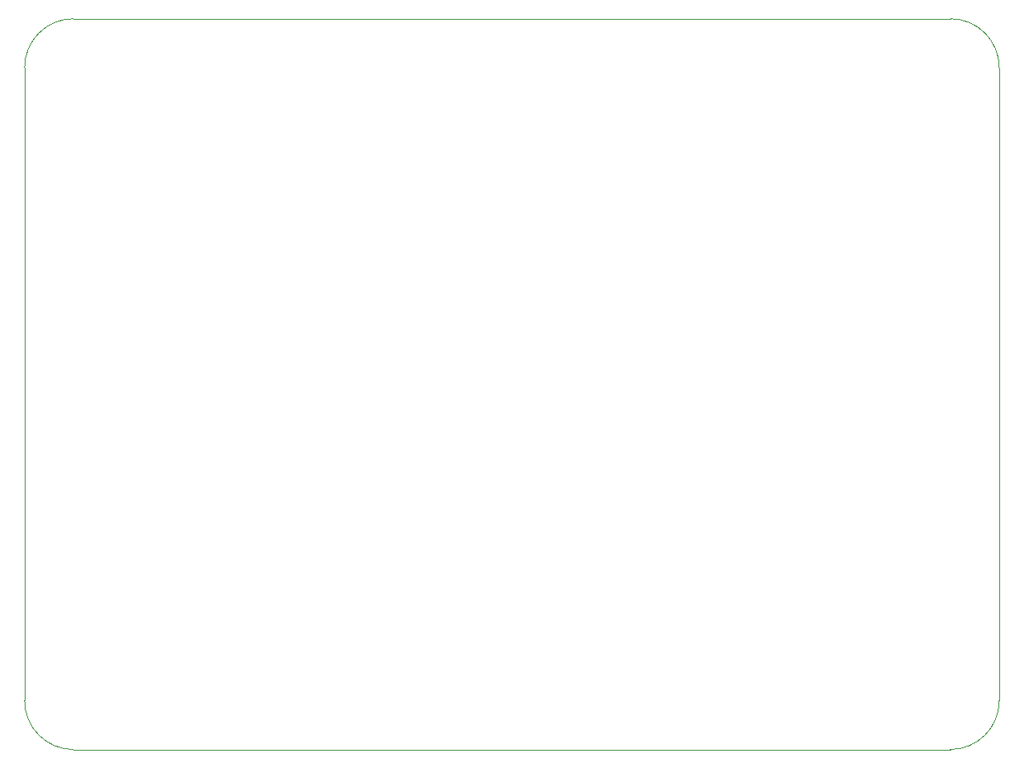
<source format=gm1>
G04 #@! TF.GenerationSoftware,KiCad,Pcbnew,8.0.0*
G04 #@! TF.CreationDate,2024-02-25T15:40:58-08:00*
G04 #@! TF.ProjectId,BLDC_Motor Controller,424c4443-5f4d-46f7-946f-7220436f6e74,rev01_1*
G04 #@! TF.SameCoordinates,Original*
G04 #@! TF.FileFunction,Profile,NP*
%FSLAX46Y46*%
G04 Gerber Fmt 4.6, Leading zero omitted, Abs format (unit mm)*
G04 Created by KiCad (PCBNEW 8.0.0) date 2024-02-25 15:40:58*
%MOMM*%
%LPD*%
G01*
G04 APERTURE LIST*
G04 #@! TA.AperFunction,Profile*
%ADD10C,0.050000*%
G04 #@! TD*
G04 APERTURE END LIST*
D10*
X255360000Y-174200000D02*
X165360000Y-174200000D01*
X255360000Y-99200000D02*
G75*
G02*
X260360000Y-104200000I0J-5000000D01*
G01*
X160360000Y-169200000D02*
X160360000Y-104200000D01*
X160360000Y-104200000D02*
G75*
G02*
X165360000Y-99200000I5000000J0D01*
G01*
X260360000Y-169200000D02*
G75*
G02*
X255360000Y-174200000I-5000000J0D01*
G01*
X260360000Y-104200000D02*
X260360000Y-169200000D01*
X165360000Y-174200000D02*
G75*
G02*
X160360000Y-169200000I0J5000000D01*
G01*
X165360000Y-99200000D02*
X255360000Y-99200000D01*
M02*

</source>
